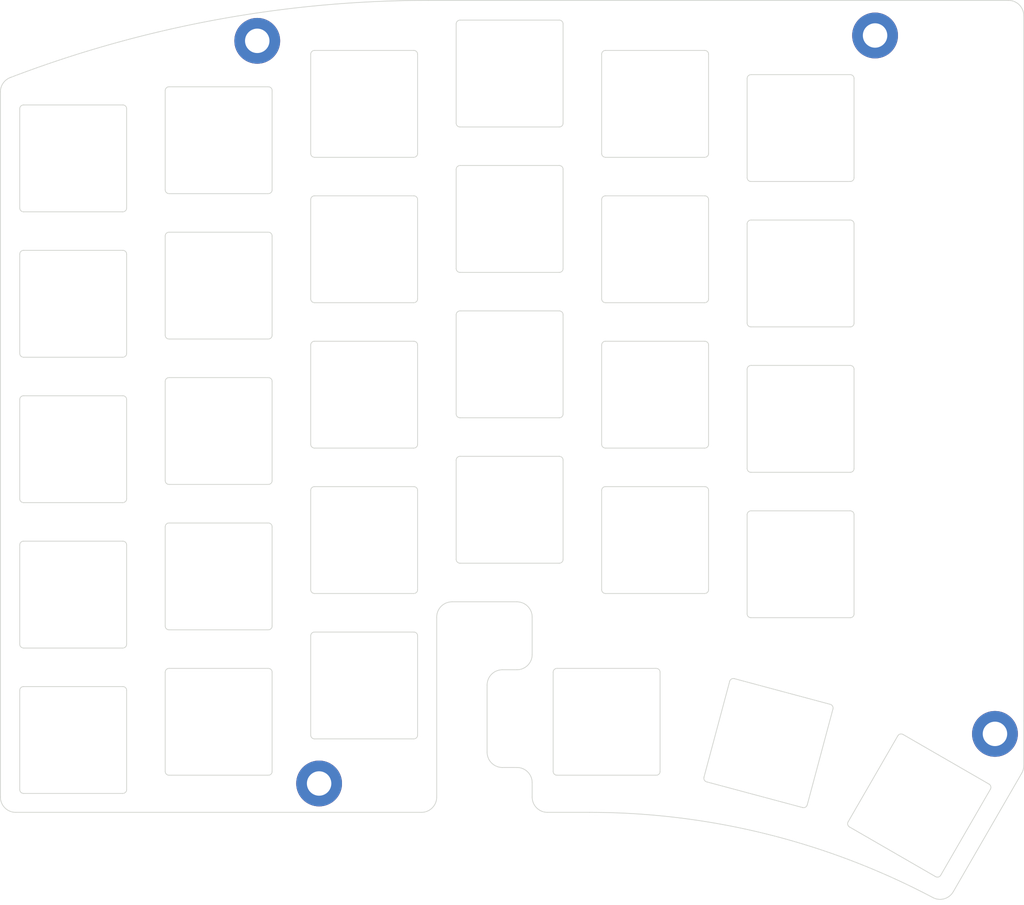
<source format=kicad_pcb>
(kicad_pcb (version 20221018) (generator pcbnew)
  (title_block (title "Honeydew unified split ergonomic keyboard") (date "2023-08-18") (rev "V3.0") (company "Created by Ariamelon (https://github.com/Ariamelon/Honeydew/)") (comment 1 "Follows the VIK standard by Sadek Baroudi (https://github.com/sadekbaroudi/VIK)") (comment 2 "Licensed under CC BY 4.0."))
  (layers (0 "F.Cu" signal) (1 "In1.Cu" signal) (2 "In2.Cu" signal) (31 "B.Cu" signal) (34 "B.Paste" user) (35 "F.Paste" user) (36 "B.SilkS" user "B.Silkscreen") (37 "F.SilkS" user "F.Silkscreen") (38 "B.Mask" user) (39 "F.Mask" user) (44 "Edge.Cuts" user))
  (net 0 "")
  (net 1 "GND")
  (footprint "Cantaloupe:MountingHole_3.2mm_M3_Pad" (layer "F.Cu") (at 210.3 137.4)
    (fp_text reference "H4" hide)
    (fp_text value "M3" hide)
    (pad "1" thru_hole circle (at 0 0) (size 6 6) (drill 3.2) (layers "*.Cu" "*.Mask"))
  )
  (footprint "Cantaloupe:MountingHole_3.2mm_M3_Pad" (layer "F.Cu") (at 194.6 45.9)
    (fp_text reference "H7" hide)
    (fp_text value "M3" hide)
    (pad "1" thru_hole circle (at 0 0) (size 6 6) (drill 3.2) (layers "*.Cu" "*.Mask") (net 1 "GND"))
  )
  (footprint "Cantaloupe:MountingHole_3.2mm_M3_Pad" (layer "F.Cu") (at 113.7 46.6 15)
    (fp_text reference "H5" hide)
    (fp_text value "M3" hide)
    (pad "1" thru_hole circle (at 0 0 15) (size 6 6) (drill 3.2) (layers "*.Cu" "*.Mask"))
  )
  (footprint "Cantaloupe:MX100" (layer "B.Cu") (at 180.640667 138.608584 165)
    (fp_text reference "SW25" hide)
    (fp_text value "CPG151101S11" hide)
    (fp_line (start -7 6.5) (end -7 -6.5) (stroke (width 0.1)) (layer "Edge.Cuts"))
    (fp_line (start -6.5 -7) (end 6.5 -7) (stroke (width 0.1)) (layer "Edge.Cuts"))
    (fp_line (start -6.5 7) (end 6.5 7) (stroke (width 0.1)) (layer "Edge.Cuts"))
    (fp_line (start 7 6.5) (end 7 -6.5) (stroke (width 0.1)) (layer "Edge.Cuts"))
    (fp_arc (start -7 -6.5) (mid -6.853554 -6.853553) (end -6.5 -7) (stroke (width 0.1)) (layer "Edge.Cuts"))
    (fp_arc (start -6.5 7) (mid -6.853553 6.853554) (end -7 6.5) (stroke (width 0.1)) (layer "Edge.Cuts"))
    (fp_arc (start 6.5 -7) (mid 6.853553 -6.853553) (end 7 -6.5) (stroke (width 0.1)) (layer "Edge.Cuts"))
    (fp_arc (start 7 6.5) (mid 6.853553 6.853553) (end 6.5 7) (stroke (width 0.1)) (layer "Edge.Cuts"))
  )
  (footprint "Cantaloupe:MX100" (layer "B.Cu") (at 200.387259 146.787874 150)
    (fp_text reference "SW30" hide)
    (fp_text value "CPG151101S11" hide)
    (fp_line (start -7 6.5) (end -7 -6.5) (stroke (width 0.1)) (layer "Edge.Cuts"))
    (fp_line (start -6.5 -7) (end 6.5 -7) (stroke (width 0.1)) (layer "Edge.Cuts"))
    (fp_line (start -6.5 7) (end 6.5 7) (stroke (width 0.1)) (layer "Edge.Cuts"))
    (fp_line (start 7 6.5) (end 7 -6.5) (stroke (width 0.1)) (layer "Edge.Cuts"))
    (fp_arc (start -7 -6.5) (mid -6.853553 -6.853553) (end -6.5 -7) (stroke (width 0.1)) (layer "Edge.Cuts"))
    (fp_arc (start -6.5 7) (mid -6.853553 6.853553) (end -7 6.5) (stroke (width 0.1)) (layer "Edge.Cuts"))
    (fp_arc (start 6.5 -7) (mid 6.853553 -6.853553) (end 7 -6.5) (stroke (width 0.1)) (layer "Edge.Cuts"))
    (fp_arc (start 7 6.5) (mid 6.853553 6.853553) (end 6.5 7) (stroke (width 0.1)) (layer "Edge.Cuts"))
  )
  (footprint "Cantaloupe:MX100" (layer "B.Cu") (at 89.599996 62.000002 180)
    (fp_text reference "SW1" hide)
    (fp_text value "CPG151101S11" hide)
    (fp_line (start -7 6.5) (end -7 -6.5) (stroke (width 0.1)) (layer "Edge.Cuts"))
    (fp_line (start -6.5 -7) (end 6.5 -7) (stroke (width 0.1)) (layer "Edge.Cuts"))
    (fp_line (start -6.5 7) (end 6.5 7) (stroke (width 0.1)) (layer "Edge.Cuts"))
    (fp_line (start 7 6.5) (end 7 -6.5) (stroke (width 0.1)) (layer "Edge.Cuts"))
    (fp_arc (start -7 -6.5) (mid -6.853553 -6.853553) (end -6.5 -7) (stroke (width 0.1)) (layer "Edge.Cuts"))
    (fp_arc (start -6.5 7) (mid -6.853553 6.853553) (end -7 6.5) (stroke (width 0.1)) (layer "Edge.Cuts"))
    (fp_arc (start 6.5 -7) (mid 6.853553 -6.853553) (end 7 -6.5) (stroke (width 0.1)) (layer "Edge.Cuts"))
    (fp_arc (start 7 6.5) (mid 6.853553 6.853553) (end 6.5 7) (stroke (width 0.1)) (layer "Edge.Cuts"))
  )
  (footprint "Cantaloupe:MX100" (layer "B.Cu") (at 165.799995 112.006257 180)
    (fp_text reference "SW24" hide)
    (fp_text value "CPG151101S11" hide)
    (fp_line (start -7 6.5) (end -7 -6.5) (stroke (width 0.1)) (layer "Edge.Cuts"))
    (fp_line (start -6.5 -7) (end 6.5 -7) (stroke (width 0.1)) (layer "Edge.Cuts"))
    (fp_line (start -6.5 7) (end 6.5 7) (stroke (width 0.1)) (layer "Edge.Cuts"))
    (fp_line (start 7 6.5) (end 7 -6.5) (stroke (width 0.1)) (layer "Edge.Cuts"))
    (fp_arc (start -7 -6.5) (mid -6.853553 -6.853553) (end -6.5 -7) (stroke (width 0.1)) (layer "Edge.Cuts"))
    (fp_arc (start -6.5 7) (mid -6.853553 6.853553) (end -7 6.5) (stroke (width 0.1)) (layer "Edge.Cuts"))
    (fp_arc (start 6.5 -7) (mid 6.853553 -6.853553) (end 7 -6.5) (stroke (width 0.1)) (layer "Edge.Cuts"))
    (fp_arc (start 7 6.5) (mid 6.853553 6.853553) (end 6.5 7) (stroke (width 0.1)) (layer "Edge.Cuts"))
  )
  (footprint "Cantaloupe:MX100" (layer "B.Cu") (at 184.849989 115.181288 180)
    (fp_text reference "SW29" hide)
    (fp_text value "CPG151101S11" hide)
    (fp_line (start -7 6.5) (end -7 -6.5) (stroke (width 0.1)) (layer "Edge.Cuts"))
    (fp_line (start -6.5 -7) (end 6.5 -7) (stroke (width 0.1)) (layer "Edge.Cuts"))
    (fp_line (start -6.5 7) (end 6.5 7) (stroke (width 0.1)) (layer "Edge.Cuts"))
    (fp_line (start 7 6.5) (end 7 -6.5) (stroke (width 0.1)) (layer "Edge.Cuts"))
    (fp_arc (start -7 -6.5) (mid -6.853553 -6.853553) (end -6.5 -7) (stroke (width 0.1)) (layer "Edge.Cuts"))
    (fp_arc (start -6.5 7) (mid -6.853553 6.853553) (end -7 6.5) (stroke (width 0.1)) (layer "Edge.Cuts"))
    (fp_arc (start 6.5 -7) (mid 6.853553 -6.853553) (end 7 -6.5) (stroke (width 0.1)) (layer "Edge.Cuts"))
    (fp_arc (start 7 6.5) (mid 6.853553 6.853553) (end 6.5 7) (stroke (width 0.1)) (layer "Edge.Cuts"))
  )
  (footprint "Cantaloupe:MX100" (layer "B.Cu") (at 127.699997 112.006274 180)
    (fp_text reference "SW14" hide)
    (fp_text value "CPG151101S11" hide)
    (fp_line (start -7 6.5) (end -7 -6.5) (stroke (width 0.1)) (layer "Edge.Cuts"))
    (fp_line (start -6.5 -7) (end 6.5 -7) (stroke (width 0.1)) (layer "Edge.Cuts"))
    (fp_line (start -6.5 7) (end 6.5 7) (stroke (width 0.1)) (layer "Edge.Cuts"))
    (fp_line (start 7 6.5) (end 7 -6.5) (stroke (width 0.1)) (layer "Edge.Cuts"))
    (fp_arc (start -7 -6.5) (mid -6.853553 -6.853553) (end -6.5 -7) (stroke (width 0.1)) (layer "Edge.Cuts"))
    (fp_arc (start -6.5 7) (mid -6.853553 6.853553) (end -7 6.5) (stroke (width 0.1)) (layer "Edge.Cuts"))
    (fp_arc (start 6.5 -7) (mid 6.853553 -6.853553) (end 7 -6.5) (stroke (width 0.1)) (layer "Edge.Cuts"))
    (fp_arc (start 7 6.5) (mid 6.853553 6.853553) (end 6.5 7) (stroke (width 0.1)) (layer "Edge.Cuts"))
  )
  (footprint "Cantaloupe:MX100" (layer "B.Cu") (at 146.74999 108.037503 180)
    (fp_text reference "SW19" hide)
    (fp_text value "CPG151101S11" hide)
    (fp_line (start -7 6.5) (end -7 -6.5) (stroke (width 0.1)) (layer "Edge.Cuts"))
    (fp_line (start -6.5 -7) (end 6.5 -7) (stroke (width 0.1)) (layer "Edge.Cuts"))
    (fp_line (start -6.5 7) (end 6.5 7) (stroke (width 0.1)) (layer "Edge.Cuts"))
    (fp_line (start 7 6.5) (end 7 -6.5) (stroke (width 0.1)) (layer "Edge.Cuts"))
    (fp_arc (start -7 -6.5) (mid -6.853553 -6.853553) (end -6.5 -7) (stroke (width 0.1)) (layer "Edge.Cuts"))
    (fp_arc (start -6.5 7) (mid -6.853553 6.853553) (end -7 6.5) (stroke (width 0.1)) (layer "Edge.Cuts"))
    (fp_arc (start 6.5 -7) (mid 6.853553 -6.853553) (end 7 -6.5) (stroke (width 0.1)) (layer "Edge.Cuts"))
    (fp_arc (start 7 6.5) (mid 6.853553 6.853553) (end 6.5 7) (stroke (width 0.1)) (layer "Edge.Cuts"))
  )
  (footprint "Cantaloupe:MX100" (layer "B.Cu") (at 89.599994 138.200013 180)
    (fp_text reference "SW5" hide)
    (fp_text value "CPG151101S11" hide)
    (fp_line (start -7 6.5) (end -7 -6.5) (stroke (width 0.1)) (layer "Edge.Cuts"))
    (fp_line (start -6.5 -7) (end 6.5 -7) (stroke (width 0.1)) (layer "Edge.Cuts"))
    (fp_line (start -6.5 7) (end 6.5 7) (stroke (width 0.1)) (layer "Edge.Cuts"))
    (fp_line (start 7 6.5) (end 7 -6.5) (stroke (width 0.1)) (layer "Edge.Cuts"))
    (fp_arc (start -7 -6.5) (mid -6.853553 -6.853553) (end -6.5 -7) (stroke (width 0.1)) (layer "Edge.Cuts"))
    (fp_arc (start -6.5 7) (mid -6.853553 6.853553) (end -7 6.5) (stroke (width 0.1)) (layer "Edge.Cuts"))
    (fp_arc (start 6.5 -7) (mid 6.853553 -6.853553) (end 7 -6.5) (stroke (width 0.1)) (layer "Edge.Cuts"))
    (fp_arc (start 7 6.5) (mid 6.853553 6.853553) (end 6.5 7) (stroke (width 0.1)) (layer "Edge.Cuts"))
  )
  (footprint "Cantaloupe:MX100" (layer "B.Cu") (at 165.799977 73.906251 180)
    (fp_text reference "SW22" hide)
    (fp_text value "CPG151101S11" hide)
    (fp_line (start -7 6.5) (end -7 -6.5) (stroke (width 0.1)) (layer "Edge.Cuts"))
    (fp_line (start -6.5 -7) (end 6.5 -7) (stroke (width 0.1)) (layer "Edge.Cuts"))
    (fp_line (start -6.5 7) (end 6.5 7) (stroke (width 0.1)) (layer "Edge.Cuts"))
    (fp_line (start 7 6.5) (end 7 -6.5) (stroke (width 0.1)) (layer "Edge.Cuts"))
    (fp_arc (start -7 -6.5) (mid -6.853553 -6.853553) (end -6.5 -7) (stroke (width 0.1)) (layer "Edge.Cuts"))
    (fp_arc (start -6.5 7) (mid -6.853553 6.853553) (end -7 6.5) (stroke (width 0.1)) (layer "Edge.Cuts"))
    (fp_arc (start 6.5 -7) (mid 6.853553 -6.853553) (end 7 -6.5) (stroke (width 0.1)) (layer "Edge.Cuts"))
    (fp_arc (start 7 6.5) (mid 6.853553 6.853553) (end 6.5 7) (stroke (width 0.1)) (layer "Edge.Cuts"))
  )
  (footprint "Cantaloupe:MX100" (layer "B.Cu") (at 184.849991 77.081279 180)
    (fp_text reference "SW27" hide)
    (fp_text value "CPG151101S11" hide)
    (fp_line (start -7 6.5) (end -7 -6.5) (stroke (width 0.1)) (layer "Edge.Cuts"))
    (fp_line (start -6.5 -7) (end 6.5 -7) (stroke (width 0.1)) (layer "Edge.Cuts"))
    (fp_line (start -6.5 7) (end 6.5 7) (stroke (width 0.1)) (layer "Edge.Cuts"))
    (fp_line (start 7 6.5) (end 7 -6.5) (stroke (width 0.1)) (layer "Edge.Cuts"))
    (fp_arc (start -7 -6.5) (mid -6.853553 -6.853553) (end -6.5 -7) (stroke (width 0.1)) (layer "Edge.Cuts"))
    (fp_arc (start -6.5 7) (mid -6.853553 6.853553) (end -7 6.5) (stroke (width 0.1)) (layer "Edge.Cuts"))
    (fp_arc (start 6.5 -7) (mid 6.853553 -6.853553) (end 7 -6.5) (stroke (width 0.1)) (layer "Edge.Cuts"))
    (fp_arc (start 7 6.5) (mid 6.853553 6.853553) (end 6.5 7) (stroke (width 0.1)) (layer "Edge.Cuts"))
  )
  (footprint "Cantaloupe:MX100" (layer "B.Cu") (at 89.599972 100.100024 180)
    (fp_text reference "SW3" hide)
    (fp_text value "CPG151101S11" hide)
    (fp_line (start -7 6.5) (end -7 -6.5) (stroke (width 0.1)) (layer "Edge.Cuts"))
    (fp_line (start -6.5 -7) (end 6.5 -7) (stroke (width 0.1)) (layer "Edge.Cuts"))
    (fp_line (start -6.5 7) (end 6.5 7) (stroke (width 0.1)) (layer "Edge.Cuts"))
    (fp_line (start 7 6.5) (end 7 -6.5) (stroke (width 0.1)) (layer "Edge.Cuts"))
    (fp_arc (start -7 -6.5) (mid -6.853553 -6.853553) (end -6.5 -7) (stroke (width 0.1)) (layer "Edge.Cuts"))
    (fp_arc (start -6.5 7) (mid -6.853553 6.853553) (end -7 6.5) (stroke (width 0.1)) (layer "Edge.Cuts"))
    (fp_arc (start 6.5 -7) (mid 6.853553 -6.853553) (end 7 -6.5) (stroke (width 0.1)) (layer "Edge.Cuts"))
    (fp_arc (start 7 6.5) (mid 6.853553 6.853553) (end 6.5 7) (stroke (width 0.1)) (layer "Edge.Cuts"))
  )
  (footprint "Cantaloupe:MX100" (layer "B.Cu") (at 108.64998 97.718746 180)
    (fp_text reference "SW8" hide)
    (fp_text value "CPG151101S11" hide)
    (fp_line (start -7 6.5) (end -7 -6.5) (stroke (width 0.1)) (layer "Edge.Cuts"))
    (fp_line (start -6.5 -7) (end 6.5 -7) (stroke (width 0.1)) (layer "Edge.Cuts"))
    (fp_line (start -6.5 7) (end 6.5 7) (stroke (width 0.1)) (layer "Edge.Cuts"))
    (fp_line (start 7 6.5) (end 7 -6.5) (stroke (width 0.1)) (layer "Edge.Cuts"))
    (fp_arc (start -7 -6.5) (mid -6.853553 -6.853553) (end -6.5 -7) (stroke (width 0.1)) (layer "Edge.Cuts"))
    (fp_arc (start -6.5 7) (mid -6.853553 6.853553) (end -7 6.5) (stroke (width 0.1)) (layer "Edge.Cuts"))
    (fp_arc (start 6.5 -7) (mid 6.853553 -6.853553) (end 7 -6.5) (stroke (width 0.1)) (layer "Edge.Cuts"))
    (fp_arc (start 7 6.5) (mid 6.853553 6.853553) (end 6.5 7) (stroke (width 0.1)) (layer "Edge.Cuts"))
  )
  (footprint "Cantaloupe:MX100" (layer "B.Cu") (at 127.699993 92.956258 180)
    (fp_text reference "SW13" hide)
    (fp_text value "CPG151101S11" hide)
    (fp_line (start -7 6.5) (end -7 -6.5) (stroke (width 0.1)) (layer "Edge.Cuts"))
    (fp_line (start -6.5 -7) (end 6.5 -7) (stroke (width 0.1)) (layer "Edge.Cuts"))
    (fp_line (start -6.5 7) (end 6.5 7) (stroke (width 0.1)) (layer "Edge.Cuts"))
    (fp_line (start 7 6.5) (end 7 -6.5) (stroke (width 0.1)) (layer "Edge.Cuts"))
    (fp_arc (start -7 -6.5) (mid -6.853553 -6.853553) (end -6.5 -7) (stroke (width 0.1)) (layer "Edge.Cuts"))
    (fp_arc (start -6.5 7) (mid -6.853553 6.853553) (end -7 6.5) (stroke (width 0.1)) (layer "Edge.Cuts"))
    (fp_arc (start 6.5 -7) (mid 6.853553 -6.853553) (end 7 -6.5) (stroke (width 0.1)) (layer "Edge.Cuts"))
    (fp_arc (start 7 6.5) (mid 6.853553 6.853553) (end 6.5 7) (stroke (width 0.1)) (layer "Edge.Cuts"))
  )
  (footprint "Cantaloupe:MX100" (layer "B.Cu") (at 165.800004 92.956279 180)
    (fp_text reference "SW23" hide)
    (fp_text value "CPG151101S11" hide)
    (fp_line (start -7 6.5) (end -7 -6.5) (stroke (width 0.1)) (layer "Edge.Cuts"))
    (fp_line (start -6.5 -7) (end 6.5 -7) (stroke (width 0.1)) (layer "Edge.Cuts"))
    (fp_line (start -6.5 7) (end 6.5 7) (stroke (width 0.1)) (layer "Edge.Cuts"))
    (fp_line (start 7 6.5) (end 7 -6.5) (stroke (width 0.1)) (layer "Edge.Cuts"))
    (fp_arc (start -7 -6.5) (mid -6.853553 -6.853553) (end -6.5 -7) (stroke (width 0.1)) (layer "Edge.Cuts"))
    (fp_arc (start -6.5 7) (mid -6.853553 6.853553) (end -7 6.5) (stroke (width 0.1)) (layer "Edge.Cuts"))
    (fp_arc (start 6.5 -7) (mid 6.853553 -6.853553) (end 7 -6.5) (stroke (width 0.1)) (layer "Edge.Cuts"))
    (fp_arc (start 7 6.5) (mid 6.853553 6.853553) (end 6.5 7) (stroke (width 0.1)) (layer "Edge.Cuts"))
  )
  (footprint "Cantaloupe:MX100" (layer "B.Cu") (at 146.749971 88.987516 180)
    (fp_text reference "SW18" hide)
    (fp_text value "CPG151101S11" hide)
    (fp_line (start -7 6.5) (end -7 -6.5) (stroke (width 0.1)) (layer "Edge.Cuts"))
    (fp_line (start -6.5 -7) (end 6.5 -7) (stroke (width 0.1)) (layer "Edge.Cuts"))
    (fp_line (start -6.5 7) (end 6.5 7) (stroke (width 0.1)) (layer "Edge.Cuts"))
    (fp_line (start 7 6.5) (end 7 -6.5) (stroke (width 0.1)) (layer "Edge.Cuts"))
    (fp_arc (start -7 -6.5) (mid -6.853553 -6.853553) (end -6.5 -7) (stroke (width 0.1)) (layer "Edge.Cuts"))
    (fp_arc (start -6.5 7) (mid -6.853553 6.853553) (end -7 6.5) (stroke (width 0.1)) (layer "Edge.Cuts"))
    (fp_arc (start 6.5 -7) (mid 6.853553 -6.853553) (end 7 -6.5) (stroke (width 0.1)) (layer "Edge.Cuts"))
    (fp_arc (start 7 6.5) (mid 6.853553 6.853553) (end 6.5 7) (stroke (width 0.1)) (layer "Edge.Cuts"))
  )
  (footprint "Cantaloupe:MX100" (layer "B.Cu") (at 184.849979 96.131271 180)
    (fp_text reference "SW28" hide)
    (fp_text value "CPG151101S11" hide)
    (fp_line (start -7 6.5) (end -7 -6.5) (stroke (width 0.1)) (layer "Edge.Cuts"))
    (fp_line (start -6.5 -7) (end 6.5 -7) (stroke (width 0.1)) (layer "Edge.Cuts"))
    (fp_line (start -6.5 7) (end 6.5 7) (stroke (width 0.1)) (layer "Edge.Cuts"))
    (fp_line (start 7 6.5) (end 7 -6.5) (stroke (width 0.1)) (layer "Edge.Cuts"))
    (fp_arc (start -7 -6.5) (mid -6.853553 -6.853553) (end -6.5 -7) (stroke (width 0.1)) (layer "Edge.Cuts"))
    (fp_arc (start -6.5 7) (mid -6.853553 6.853553) (end -7 6.5) (stroke (width 0.1)) (layer "Edge.Cuts"))
    (fp_arc (start 6.5 -7) (mid 6.853553 -6.853553) (end 7 -6.5) (stroke (width 0.1)) (layer "Edge.Cuts"))
    (fp_arc (start 7 6.5) (mid 6.853553 6.853553) (end 6.5 7) (stroke (width 0.1)) (layer "Edge.Cuts"))
  )
  (footprint "Cantaloupe:MX100" (layer "B.Cu") (at 89.600001 119.150026 180)
    (fp_text reference "SW4" hide)
    (fp_text value "CPG151101S11" hide)
    (fp_line (start -7 6.5) (end -7 -6.5) (stroke (width 0.1)) (layer "Edge.Cuts"))
    (fp_line (start -6.5 -7) (end 6.5 -7) (stroke (width 0.1)) (layer "Edge.Cuts"))
    (fp_line (start -6.5 7) (end 6.5 7) (stroke (width 0.1)) (layer "Edge.Cuts"))
    (fp_line (start 7 6.5) (end 7 -6.5) (stroke (width 0.1)) (layer "Edge.Cuts"))
    (fp_arc (start -7 -6.5) (mid -6.853553 -6.853553) (end -6.5 -7) (stroke (width 0.1)) (layer "Edge.Cuts"))
    (fp_arc (start -6.5 7) (mid -6.853553 6.853553) (end -7 6.5) (stroke (width 0.1)) (layer "Edge.Cuts"))
    (fp_arc (start 6.5 -7) (mid 6.853553 -6.853553) (end 7 -6.5) (stroke (width 0.1)) (layer "Edge.Cuts"))
    (fp_arc (start 7 6.5) (mid 6.853553 6.853553) (end 6.5 7) (stroke (width 0.1)) (layer "Edge.Cuts"))
  )
  (footprint "Cantaloupe:MX100" (layer "B.Cu") (at 108.649977 116.768773 180)
    (fp_text reference "SW9" hide)
    (fp_text value "CPG151101S11" hide)
    (fp_line (start -7 6.5) (end -7 -6.5) (stroke (width 0.1)) (layer "Edge.Cuts"))
    (fp_line (start -6.5 -7) (end 6.5 -7) (stroke (width 0.1)) (layer "Edge.Cuts"))
    (fp_line (start -6.5 7) (end 6.5 7) (stroke (width 0.1)) (layer "Edge.Cuts"))
    (fp_line (start 7 6.5) (end 7 -6.5) (stroke (width 0.1)) (layer "Edge.Cuts"))
    (fp_arc (start -7 -6.5) (mid -6.853553 -6.853553) (end -6.5 -7) (stroke (width 0.1)) (layer "Edge.Cuts"))
    (fp_arc (start -6.5 7) (mid -6.853553 6.853553) (end -7 6.5) (stroke (width 0.1)) (layer "Edge.Cuts"))
    (fp_arc (start 6.5 -7) (mid 6.853553 -6.853553) (end 7 -6.5) (stroke (width 0.1)) (layer "Edge.Cuts"))
    (fp_arc (start 7 6.5) (mid 6.853553 6.853553) (end 6.5 7) (stroke (width 0.1)) (layer "Edge.Cuts"))
  )
  (footprint "Cantaloupe:MX100" (layer "B.Cu") (at 108.649993 135.818777 180)
    (fp_text reference "SW10" hide)
    (fp_text value "CPG151101S11" hide)
    (fp_line (start -7 6.5) (end -7 -6.5) (stroke (width 0.1)) (layer "Edge.Cuts"))
    (fp_line (start -6.5 -7) (end 6.5 -7) (stroke (width 0.1)) (layer "Edge.Cuts"))
    (fp_line (start -6.5 7) (end 6.5 7) (stroke (width 0.1)) (layer "Edge.Cuts"))
    (fp_line (start 7 6.5) (end 7 -6.5) (stroke (width 0.1)) (layer "Edge.Cuts"))
    (fp_arc (start -7 -6.5) (mid -6.853553 -6.853553) (end -6.5 -7) (stroke (width 0.1)) (layer "Edge.Cuts"))
    (fp_arc (start -6.5 7) (mid -6.853553 6.853553) (end -7 6.5) (stroke (width 0.1)) (layer "Edge.Cuts"))
    (fp_arc (start 6.5 -7) (mid 6.853553 -6.853553) (end 7 -6.5) (stroke (width 0.1)) (layer "Edge.Cuts"))
    (fp_arc (start 7 6.5) (mid 6.853553 6.853553) (end 6.5 7) (stroke (width 0.1)) (layer "Edge.Cuts"))
  )
  (footprint "Cantaloupe:MX100" (layer "B.Cu") (at 127.699981 131.056252 180)
    (fp_text reference "SW15" hide)
    (fp_text value "CPG151101S11" hide)
    (fp_line (start -7 6.5) (end -7 -6.5) (stroke (width 0.1)) (layer "Edge.Cuts"))
    (fp_line (start -6.5 -7) (end 6.5 -7) (stroke (width 0.1)) (layer "Edge.Cuts"))
    (fp_line (start -6.5 7) (end 6.5 7) (stroke (width 0.1)) (layer "Edge.Cuts"))
    (fp_line (start 7 6.5) (end 7 -6.5) (stroke (width 0.1)) (layer "Edge.Cuts"))
    (fp_arc (start -7 -6.5) (mid -6.853553 -6.853553) (end -6.5 -7) (stroke (width 0.1)) (layer "Edge.Cuts"))
    (fp_arc (start -6.5 7) (mid -6.853553 6.853553) (end -7 6.5) (stroke (width 0.1)) (layer "Edge.Cuts"))
    (fp_arc (start 6.5 -7) (mid 6.853553 -6.853553) (end 7 -6.5) (stroke (width 0.1)) (layer "Edge.Cuts"))
    (fp_arc (start 7 6.5) (mid 6.853553 6.853553) (end 6.5 7) (stroke (width 0.1)) (layer "Edge.Cuts"))
  )
  (footprint "Cantaloupe:MX100" (layer "B.Cu") (at 159.449977 135.818759 180)
    (fp_text reference "SW20" hide)
    (fp_text value "CPG151101S11" hide)
    (fp_line (start -7 6.5) (end -7 -6.5) (stroke (width 0.1)) (layer "Edge.Cuts"))
    (fp_line (start -6.5 -7) (end 6.5 -7) (stroke (width 0.1)) (layer "Edge.Cuts"))
    (fp_line (start -6.5 7) (end 6.5 7) (stroke (width 0.1)) (layer "Edge.Cuts"))
    (fp_line (start 7 6.5) (end 7 -6.5) (stroke (width 0.1)) (layer "Edge.Cuts"))
    (fp_arc (start -7 -6.5) (mid -6.853553 -6.853553) (end -6.5 -7) (stroke (width 0.1)) (layer "Edge.Cuts"))
    (fp_arc (start -6.5 7) (mid -6.853553 6.853553) (end -7 6.5) (stroke (width 0.1)) (layer "Edge.Cuts"))
    (fp_arc (start 6.5 -7) (mid 6.853553 -6.853553) (end 7 -6.5) (stroke (width 0.1)) (layer "Edge.Cuts"))
    (fp_arc (start 7 6.5) (mid 6.853553 6.853553) (end 6.5 7) (stroke (width 0.1)) (layer "Edge.Cuts"))
  )
  (footprint "Cantaloupe:MX100" (layer "B.Cu") (at 127.699992 54.856287 180)
    (fp_text reference "SW11" hide)
    (fp_text value "CPG151101S11" hide)
    (fp_line (start -7 6.5) (end -7 -6.5) (stroke (width 0.1)) (layer "Edge.Cuts"))
    (fp_line (start -6.5 -7) (end 6.5 -7) (stroke (width 0.1)) (layer "Edge.Cuts"))
    (fp_line (start -6.5 7) (end 6.5 7) (stroke (width 0.1)) (layer "Edge.Cuts"))
    (fp_line (start 7 6.5) (end 7 -6.5) (stroke (width 0.1)) (layer "Edge.Cuts"))
    (fp_arc (start -7 -6.5) (mid -6.853553 -6.853553) (end -6.5 -7) (stroke (width 0.1)) (layer "Edge.Cuts"))
    (fp_arc (start -6.5 7) (mid -6.853553 6.853553) (end -7 6.5) (stroke (width 0.1)) (layer "Edge.Cuts"))
    (fp_arc (start 6.5 -7) (mid 6.853553 -6.853553) (end 7 -6.5) (stroke (width 0.1)) (layer "Edge.Cuts"))
    (fp_arc (start 7 6.5) (mid 6.853553 6.853553) (end 6.5 7) (stroke (width 0.1)) (layer "Edge.Cuts"))
  )
  (footprint "Cantaloupe:MX100" (layer "B.Cu") (at 89.599993 81.050018 180)
    (fp_text reference "SW2" hide)
    (fp_text value "CPG151101S11" hide)
    (fp_line (start -7 6.5) (end -7 -6.5) (stroke (width 0.1)) (layer "Edge.Cuts"))
    (fp_line (start -6.5 -7) (end 6.5 -7) (stroke (width 0.1)) (layer "Edge.Cuts"))
    (fp_line (start -6.5 7) (end 6.5 7) (stroke (width 0.1)) (layer "Edge.Cuts"))
    (fp_line (start 7 6.5) (end 7 -6.5) (stroke (width 0.1)) (layer "Edge.Cuts"))
    (fp_arc (start -7 -6.5) (mid -6.853553 -6.853553) (end -6.5 -7) (stroke (width 0.1)) (layer "Edge.Cuts"))
    (fp_arc (start -6.5 7) (mid -6.853553 6.853553) (end -7 6.5) (stroke (width 0.1)) (layer "Edge.Cuts"))
    (fp_arc (start 6.5 -7) (mid 6.853553 -6.853553) (end 7 -6.5) (stroke (width 0.1)) (layer "Edge.Cuts"))
    (fp_arc (start 7 6.5) (mid 6.853553 6.853553) (end 6.5 7) (stroke (width 0.1)) (layer "Edge.Cuts"))
  )
  (footprint "Cantaloupe:MX100" (layer "B.Cu") (at 127.699989 73.906267 180)
    (fp_text reference "SW12" hide)
    (fp_text value "CPG151101S11" hide)
    (fp_line (start -7 6.5) (end -7 -6.5) (stroke (width 0.1)) (layer "Edge.Cuts"))
    (fp_line (start -6.5 -7) (end 6.5 -7) (stroke (width 0.1)) (layer "Edge.Cuts"))
    (fp_line (start -6.5 7) (end 6.5 7) (stroke (width 0.1)) (layer "Edge.Cuts"))
    (fp_line (start 7 6.5) (end 7 -6.5) (stroke (width 0.1)) (layer "Edge.Cuts"))
    (fp_arc (start -7 -6.5) (mid -6.853553 -6.853553) (end -6.5 -7) (stroke (width 0.1)) (layer "Edge.Cuts"))
    (fp_arc (start -6.5 7) (mid -6.853553 6.853553) (end -7 6.5) (stroke (width 0.1)) (layer "Edge.Cuts"))
    (fp_arc (start 6.5 -7) (mid 6.853553 -6.853553) (end 7 -6.5) (stroke (width 0.1)) (layer "Edge.Cuts"))
    (fp_arc (start 7 6.5) (mid 6.853553 6.853553) (end 6.5 7) (stroke (width 0.1)) (layer "Edge.Cuts"))
  )
  (footprint "Cantaloupe:MX100" (layer "B.Cu") (at 165.799986 54.856253 180)
    (fp_text reference "SW21" hide)
    (fp_text value "CPG151101S11" hide)
    (fp_line (start -7 6.5) (end -7 -6.5) (stroke (width 0.1)) (layer "Edge.Cuts"))
    (fp_line (start -6.5 -7) (end 6.5 -7) (stroke (width 0.1)) (layer "Edge.Cuts"))
    (fp_line (start -6.5 7) (end 6.5 7) (stroke (width 0.1)) (layer "Edge.Cuts"))
    (fp_line (start 7 6.5) (end 7 -6.5) (stroke (width 0.1)) (layer "Edge.Cuts"))
    (fp_arc (start -7 -6.5) (mid -6.853553 -6.853553) (end -6.5 -7) (stroke (width 0.1)) (layer "Edge.Cuts"))
    (fp_arc (start -6.5 7) (mid -6.853553 6.853553) (end -7 6.5) (stroke (width 0.1)) (layer "Edge.Cuts"))
    (fp_arc (start 6.5 -7) (mid 6.853553 -6.853553) (end 7 -6.5) (stroke (width 0.1)) (layer "Edge.Cuts"))
    (fp_arc (start 7 6.5) (mid 6.853553 6.853553) (end 6.5 7) (stroke (width 0.1)) (layer "Edge.Cuts"))
  )
  (footprint "Cantaloupe:MX100" (layer "B.Cu") (at 146.749991 69.937536 180)
    (fp_text reference "SW17" hide)
    (fp_text value "CPG151101S11" hide)
    (fp_line (start -7 6.5) (end -7 -6.5) (stroke (width 0.1)) (layer "Edge.Cuts"))
    (fp_line (start -6.5 -7) (end 6.5 -7) (stroke (width 0.1)) (layer "Edge.Cuts"))
    (fp_line (start -6.5 7) (end 6.5 7) (stroke (width 0.1)) (layer "Edge.Cuts"))
    (fp_line (start 7 6.5) (end 7 -6.5) (stroke (width 0.1)) (layer "Edge.Cuts"))
    (fp_arc (start -7 -6.5) (mid -6.853553 -6.853553) (end -6.5 -7) (stroke (width 0.1)) (layer "Edge.Cuts"))
    (fp_arc (start -6.5 7) (mid -6.853553 6.853553) (end -7 6.5) (stroke (width 0.1)) (layer "Edge.Cuts"))
    (fp_arc (start 6.5 -7) (mid 6.853553 -6.853553) (end 7 -6.5) (stroke (width 0.1)) (layer "Edge.Cuts"))
    (fp_arc (start 7 6.5) (mid 6.853553 6.853553) (end 6.5 7) (stroke (width 0.1)) (layer "Edge.Cuts"))
  )
  (footprint "Cantaloupe:MX100" (layer "B.Cu") (at 146.749977 50.887506 180)
    (fp_text reference "SW16" hide)
    (fp_text value "CPG151101S11" hide)
    (fp_line (start -7 6.5) (end -7 -6.5) (stroke (width 0.1)) (layer "Edge.Cuts"))
    (fp_line (start -6.5 -7) (end 6.5 -7) (stroke (width 0.1)) (layer "Edge.Cuts"))
    (fp_line (start -6.5 7) (end 6.5 7) (stroke (width 0.1)) (layer "Edge.Cuts"))
    (fp_line (start 7 6.5) (end 7 -6.5) (stroke (width 0.1)) (layer "Edge.Cuts"))
    (fp_arc (start -7 -6.5) (mid -6.853553 -6.853553) (end -6.5 -7) (stroke (width 0.1)) (layer "Edge.Cuts"))
    (fp_arc (start -6.5 7) (mid -6.853553 6.853553) (end -7 6.5) (stroke (width 0.1)) (layer "Edge.Cuts"))
    (fp_arc (start 6.5 -7) (mid 6.853553 -6.853553) (end 7 -6.5) (stroke (width 0.1)) (layer "Edge.Cuts"))
    (fp_arc (start 7 6.5) (mid 6.853553 6.853553) (end 6.5 7) (stroke (width 0.1)) (layer "Edge.Cuts"))
  )
  (footprint "Cantaloupe:MX100" (layer "B.Cu") (at 108.649991 59.618769 180)
    (fp_text reference "SW6" hide)
    (fp_text value "CPG151101S11" hide)
    (fp_line (start -7 6.5) (end -7 -6.5) (stroke (width 0.1)) (layer "Edge.Cuts"))
    (fp_line (start -6.5 -7) (end 6.5 -7) (stroke (width 0.1)) (layer "Edge.Cuts"))
    (fp_line (start -6.5 7) (end 6.5 7) (stroke (width 0.1)) (layer "Edge.Cuts"))
    (fp_line (start 7 6.5) (end 7 -6.5) (stroke (width 0.1)) (layer "Edge.Cuts"))
    (fp_arc (start -7 -6.5) (mid -6.853553 -6.853553) (end -6.5 -7) (stroke (width 0.1)) (layer "Edge.Cuts"))
    (fp_arc (start -6.5 7) (mid -6.853553 6.853553) (end -7 6.5) (stroke (width 0.1)) (layer "Edge.Cuts"))
    (fp_arc (start 6.5 -7) (mid 6.853553 -6.853553) (end 7 -6.5) (stroke (width 0.1)) (layer "Edge.Cuts"))
    (fp_arc (start 7 6.5) (mid 6.853553 6.853553) (end 6.5 7) (stroke (width 0.1)) (layer "Edge.Cuts"))
  )
  (footprint "Cantaloupe:MX100" (layer "B.Cu") (at 108.649988 78.66877 180)
    (fp_text reference "SW7" hide)
    (fp_text value "CPG151101S11" hide)
    (fp_line (start -7 6.5) (end -7 -6.5) (stroke (width 0.1)) (layer "Edge.Cuts"))
    (fp_line (start -6.5 -7) (end 6.5 -7) (stroke (width 0.1)) (layer "Edge.Cuts"))
    (fp_line (start -6.5 7) (end 6.5 7) (stroke (width 0.1)) (layer "Edge.Cuts"))
    (fp_line (start 7 6.5) (end 7 -6.5) (stroke (width 0.1)) (layer "Edge.Cuts"))
    (fp_arc (start -7 -6.5) (mid -6.853553 -6.853553) (end -6.5 -7) (stroke (width 0.1)) (layer "Edge.Cuts"))
    (fp_arc (start -6.5 7) (mid -6.853553 6.853553) (end -7 6.5) (stroke (width 0.1)) (layer "Edge.Cuts"))
    (fp_arc (start 6.5 -7) (mid 6.853553 -6.853553) (end 7 -6.5) (stroke (width 0.1)) (layer "Edge.Cuts"))
    (fp_arc (start 7 6.5) (mid 6.853553 6.853553) (end 6.5 7) (stroke (width 0.1)) (layer "Edge.Cuts"))
  )
  (footprint "Cantaloupe:MX100" (layer "B.Cu") (at 184.849981 58.031278 180)
    (fp_text reference "SW26" hide)
    (fp_text value "CPG151101S11" hide)
    (fp_line (start -7 6.5) (end -7 -6.5) (stroke (width 0.1)) (layer "Edge.Cuts"))
    (fp_line (start -6.5 -7) (end 6.5 -7) (stroke (width 0.1)) (layer "Edge.Cuts"))
    (fp_line (start -6.5 7) (end 6.5 7) (stroke (width 0.1)) (layer "Edge.Cuts"))
    (fp_line (start 7 6.5) (end 7 -6.5) (stroke (width 0.1)) (layer "Edge.Cuts"))
    (fp_arc (start -7 -6.5) (mid -6.853553 -6.853553) (end -6.5 -7) (stroke (width 0.1)) (layer "Edge.Cuts"))
    (fp_arc (start -6.5 7) (mid -6.853553 6.853553) (end -7 6.5) (stroke (width 0.1)) (layer "Edge.Cuts"))
    (fp_arc (start 6.5 -7) (mid 6.853553 -6.853553) (end 7 -6.5) (stroke (width 0.1)) (layer "Edge.Cuts"))
    (fp_arc (start 7 6.5) (mid 6.853553 6.853553) (end 6.5 7) (stroke (width 0.1)) (layer "Edge.Cuts"))
  )
  (footprint "Cantaloupe:MountingHole_3.2mm_M3_Pad" (layer "B.Cu") (at 121.8 143.9 -165)
    (fp_text reference "H6" hide)
    (fp_text value "M3" hide)
    (pad "1" thru_hole circle (at 0 0 195) (size 6 6) (drill 3.2) (layers "*.Cu" "*.Mask"))
  )
  (gr_arc (start 214.070038 141.554661) (mid 214.001904 142.072202) (end 213.802184 142.554492) (stroke (width 0.1)) (layer "Edge.Cuts"))
  (gr_arc (start 137.199999 145.680005) (mid 136.614211 147.094215) (end 135.2 147.680005) (stroke (width 0.1)) (layer "Edge.Cuts"))
  (gr_line (start 82.069999 147.680005) (end 135.2 147.680005) (stroke (width 0.1)) (layer "Edge.Cuts"))
  (gr_arc (start 137.199999 122.100003) (mid 137.785784 120.685787) (end 139.199998 120.100005) (stroke (width 0.1)) (layer "Edge.Cuts"))
  (gr_arc (start 212.070056 41.300002) (mid 213.484355 41.885714) (end 214.070091 43.3) (stroke (width 0.1)) (layer "Edge.Cuts"))
  (gr_arc (start 147.700038 120.100004) (mid 149.11429 120.685768) (end 149.700037 122.100002) (stroke (width 0.1)) (layer "Edge.Cuts"))
  (gr_line (start 149.7 122.1) (end 149.7 127) (stroke (width 0.1)) (layer "Edge.Cuts"))
  (gr_line (start 204.84066 158.079837) (end 213.802184 142.554492) (stroke (width 0.1)) (layer "Edge.Cuts"))
  (gr_arc (start 147.7 141.8) (mid 149.114213 142.385786) (end 149.699999 143.799998) (stroke (width 0.1)) (layer "Edge.Cuts"))
  (gr_line (start 149.7 143.8) (end 149.7 145.680002) (stroke (width 0.1)) (layer "Edge.Cuts"))
  (gr_line (start 147.7 120.1) (end 139.2 120.1) (stroke (width 0.1)) (layer "Edge.Cuts"))
  (gr_line (start 145.8 141.8) (end 147.7 141.8) (stroke (width 0.1)) (layer "Edge.Cuts"))
  (gr_arc (start 82.069999 147.680005) (mid 80.655755 147.094248) (end 80.069997 145.680005) (stroke (width 0.1)) (layer "Edge.Cuts"))
  (gr_line (start 212.070056 41.300002) (end 136.111961 41.300002) (stroke (width 0.1)) (layer "Edge.Cuts"))
  (gr_arc (start 204.84066 158.079837) (mid 203.661768 159.001964) (end 202.173041 158.847744) (stroke (width 0.1)) (layer "Edge.Cuts"))
  (gr_arc (start 143.8 131) (mid 144.385786 129.585787) (end 145.799998 128.999999) (stroke (width 0.1)) (layer "Edge.Cuts"))
  (gr_arc (start 151.7 147.680002) (mid 150.285786 147.094216) (end 149.700001 145.680002) (stroke (width 0.1)) (layer "Edge.Cuts"))
  (gr_line (start 143.8 131) (end 143.8 139.8) (stroke (width 0.1)) (layer "Edge.Cuts"))
  (gr_arc (start 149.699999 127) (mid 149.114213 128.414213) (end 147.7 129) (stroke (width 0.1)) (layer "Edge.Cuts"))
  (gr_arc (start 80.069997 53.282537) (mid 80.422432 52.148726) (end 81.355504 51.414515) (stroke (width 0.1)) (layer "Edge.Cuts"))
  (gr_arc (start 145.8 141.799998) (mid 144.385788 141.214212) (end 143.8 139.8) (stroke (width 0.1)) (layer "Edge.Cuts"))
  (gr_line (start 147.7 129) (end 145.8 129) (stroke (width 0.1)) (layer "Edge.Cuts"))
  (gr_line (start 214.070038 141.554661) (end 214.070038 135.7) (stroke (width 0.1)) (layer "Edge.Cuts"))
  (gr_line (start 151.7 147.680002) (end 157.193536 147.680002) (stroke (width 0.1)) (layer "Edge.Cuts"))
  (gr_arc (start 157.193536 147.680002) (mid 180.366119 150.513687) (end 202.173041 158.847744) (stroke (width 0.1)) (layer "Edge.Cuts"))
  (gr_line (start 214.070038 135.7) (end 214.070038 43.3) (stroke (width 0.1)) (layer "Edge.Cuts"))
  (gr_line (start 80.069997 53.282537) (end 80.069997 145.680005) (stroke (width 0.1)) (layer "Edge.Cuts"))
  (gr_arc (start 81.355504 51.414515) (mid 108.270565 43.849832) (end 136.111961 41.3) (stroke (width 0.1)) (layer "Edge.Cuts"))
  (gr_line (start 137.199999 122.100003) (end 137.199999 145.680005) (stroke (width 0.1)) (layer "Edge.Cuts"))
)
</source>
